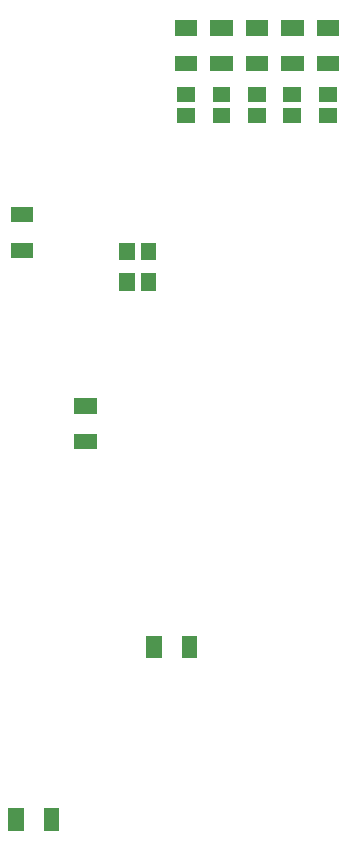
<source format=gtp>
G04 start of page 9 for group 0 layer_idx 7 *
G04 Title: Zuul, top_paste *
G04 Creator: pcb-rnd 2.1.1 *
G04 CreationDate: 2019-04-12 16:05:21 UTC *
G04 For:  *
G04 Format: Gerber/RS-274X *
G04 PCB-Dimensions: 220472 334646 *
G04 PCB-Coordinate-Origin: lower left *
%MOIN*%
%FSLAX25Y25*%
%LNTOP_PASTE*%
%ADD99C,0.0001*%
G54D99*G36*
X112402Y301773D02*Y296655D01*
X119882D01*
Y301773D01*
X112402D01*
G37*
G36*
Y313583D02*Y308465D01*
X119882D01*
Y313583D01*
X112402D01*
G37*
G36*
X124213Y301772D02*Y296654D01*
X131693D01*
Y301772D01*
X124213D01*
G37*
G36*
Y313582D02*Y308464D01*
X131693D01*
Y313582D01*
X124213D01*
G37*
G36*
X119094Y286417D02*Y291535D01*
X113190D01*
Y286417D01*
X119094D01*
G37*
G36*
X130905Y286417D02*Y291535D01*
X125001D01*
Y286417D01*
X130905D01*
G37*
G36*
X136024Y301772D02*Y296654D01*
X143504D01*
Y301772D01*
X136024D01*
G37*
G36*
X142716Y286417D02*Y291535D01*
X136812D01*
Y286417D01*
X142716D01*
G37*
G36*
X154527D02*Y291535D01*
X148623D01*
Y286417D01*
X154527D01*
G37*
G36*
X166338D02*Y291535D01*
X160434D01*
Y286417D01*
X166338D01*
G37*
G36*
X136024Y313582D02*Y308464D01*
X143504D01*
Y313582D01*
X136024D01*
G37*
G36*
X147835Y301772D02*Y296654D01*
X155315D01*
Y301772D01*
X147835D01*
G37*
G36*
X167126Y296654D02*Y301772D01*
X159646D01*
Y296654D01*
X167126D01*
G37*
G36*
X147835Y313582D02*Y308464D01*
X155315D01*
Y313582D01*
X147835D01*
G37*
G36*
X167126Y308464D02*Y313582D01*
X159646D01*
Y308464D01*
X167126D01*
G37*
G36*
X114763Y100984D02*X119881D01*
Y108464D01*
X114763D01*
Y100984D01*
G37*
G36*
X102953D02*X108071D01*
Y108464D01*
X102953D01*
Y100984D01*
G37*
G36*
X86417Y182480D02*Y187598D01*
X78937D01*
Y182480D01*
X86417D01*
G37*
G36*
Y170670D02*Y175788D01*
X78937D01*
Y170670D01*
X86417D01*
G37*
G36*
X62008Y50984D02*X56890D01*
Y43504D01*
X62008D01*
Y50984D01*
G37*
G36*
X73818D02*X68700D01*
Y43504D01*
X73818D01*
Y50984D01*
G37*
G36*
X119094Y279331D02*Y284449D01*
X113190D01*
Y279331D01*
X119094D01*
G37*
G36*
X130905Y279331D02*Y284449D01*
X125001D01*
Y279331D01*
X130905D01*
G37*
G36*
X142716D02*Y284449D01*
X136812D01*
Y279331D01*
X142716D01*
G37*
G36*
X154527D02*Y284449D01*
X148623D01*
Y279331D01*
X154527D01*
G37*
G36*
X166338D02*Y284449D01*
X160434D01*
Y279331D01*
X166338D01*
G37*
G36*
X57677Y251377D02*Y246259D01*
X65157D01*
Y251377D01*
X57677D01*
G37*
G36*
X100984Y223426D02*X106102D01*
Y229330D01*
X100984D01*
Y223426D01*
G37*
G36*
X93898D02*X99016D01*
Y229330D01*
X93898D01*
Y223426D01*
G37*
G36*
X57677Y239567D02*Y234449D01*
X65157D01*
Y239567D01*
X57677D01*
G37*
G36*
X100984Y233662D02*X106102D01*
Y239566D01*
X100984D01*
Y233662D01*
G37*
G36*
X93898D02*X99016D01*
Y239566D01*
X93898D01*
Y233662D01*
G37*
M02*

</source>
